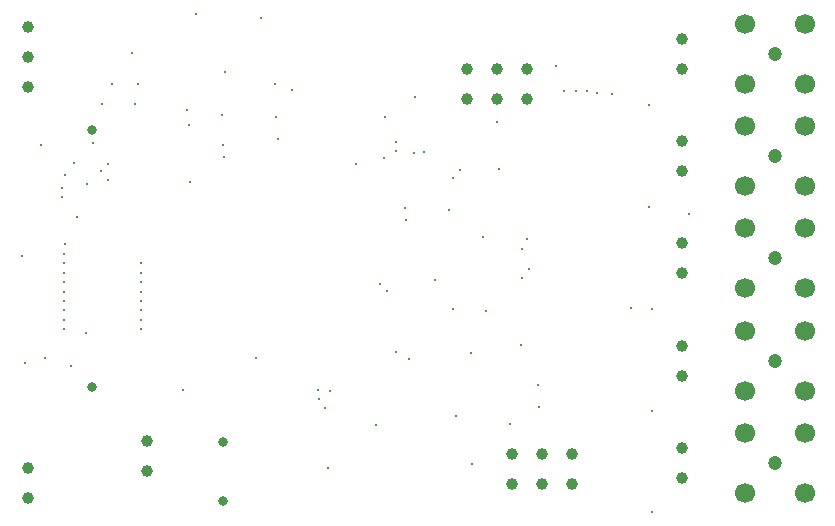
<source format=gbr>
%TF.GenerationSoftware,KiCad,Pcbnew,8.0.4*%
%TF.CreationDate,2025-07-14T14:53:04+02:00*%
%TF.ProjectId,syzygy_gpx2_2_1,73797a79-6779-45f6-9770-78325f325f31,rev?*%
%TF.SameCoordinates,Original*%
%TF.FileFunction,Plated,1,4,PTH,Drill*%
%TF.FilePolarity,Positive*%
%FSLAX46Y46*%
G04 Gerber Fmt 4.6, Leading zero omitted, Abs format (unit mm)*
G04 Created by KiCad (PCBNEW 8.0.4) date 2025-07-14 14:53:04*
%MOMM*%
%LPD*%
G01*
G04 APERTURE LIST*
%TA.AperFunction,ViaDrill*%
%ADD10C,0.300000*%
%TD*%
%TA.AperFunction,ComponentDrill*%
%ADD11C,0.800000*%
%TD*%
%TA.AperFunction,ComponentDrill*%
%ADD12C,1.000000*%
%TD*%
%TA.AperFunction,ComponentDrill*%
%ADD13C,1.200000*%
%TD*%
%TA.AperFunction,ComponentDrill*%
%ADD14C,1.700000*%
%TD*%
G04 APERTURE END LIST*
D10*
X115930000Y-99270000D03*
X116200000Y-108340000D03*
X117610000Y-89890000D03*
X117900000Y-107940000D03*
X119360000Y-93510000D03*
X119360000Y-94270000D03*
X119500000Y-99900000D03*
X119500000Y-100700000D03*
X119500000Y-101500000D03*
X119500000Y-102300000D03*
X119500000Y-103100000D03*
X119500000Y-103900000D03*
X119500000Y-104700000D03*
X119500000Y-105500000D03*
X119520000Y-99099361D03*
X119570000Y-98295000D03*
X119640000Y-92420000D03*
X120097000Y-108618000D03*
X120340000Y-91380000D03*
X120640000Y-96000000D03*
X121390000Y-105830000D03*
X121447000Y-93202340D03*
X121981920Y-89745454D03*
X122646999Y-92093912D03*
X122710000Y-86390000D03*
X123246998Y-92830000D03*
X123278784Y-91489570D03*
X123620000Y-84710000D03*
X125250000Y-82070000D03*
X125520000Y-86406249D03*
X125765000Y-84745765D03*
X126000000Y-99900000D03*
X126000000Y-100700000D03*
X126000000Y-101500000D03*
X126000000Y-102300000D03*
X126000000Y-103100000D03*
X126000000Y-103900000D03*
X126000000Y-104700000D03*
X126000000Y-105500000D03*
X129600000Y-110600000D03*
X129890000Y-86930000D03*
X130110000Y-88170000D03*
X130160000Y-93030000D03*
X130665500Y-78800000D03*
X132930000Y-87370000D03*
X133000000Y-89930000D03*
X133020000Y-90900000D03*
X133110000Y-83730000D03*
X135782000Y-107895000D03*
X136160000Y-79140000D03*
X137380000Y-84720000D03*
X137430000Y-87520000D03*
X137620000Y-89360000D03*
X138850000Y-85250000D03*
X141052860Y-110596390D03*
X141100000Y-111395000D03*
X141600000Y-112195000D03*
X141900000Y-117200000D03*
X142000000Y-110695000D03*
X144210000Y-91469461D03*
X145900000Y-113600000D03*
X146292576Y-101672662D03*
X146620000Y-91000000D03*
X146700000Y-87500000D03*
X146892576Y-102291823D03*
X147600000Y-89600000D03*
X147600000Y-90400000D03*
X147612000Y-107445000D03*
X148400000Y-95200000D03*
X148442000Y-96220000D03*
X148762000Y-108005000D03*
X149142000Y-90585000D03*
X149200000Y-85800000D03*
X150000000Y-90500000D03*
X150962778Y-101305778D03*
X152070000Y-95410000D03*
X152411090Y-92711090D03*
X152482000Y-103792000D03*
X152700000Y-112800000D03*
X153015100Y-91973490D03*
X154006000Y-107475000D03*
X154100000Y-116900000D03*
X155022000Y-97696000D03*
X155276000Y-103919000D03*
X156162000Y-87905000D03*
X156367000Y-91920000D03*
X157308000Y-113493000D03*
X158242000Y-106795000D03*
X158310000Y-101160000D03*
X158332000Y-98670000D03*
X158757001Y-97820000D03*
X158882000Y-100395000D03*
X159647000Y-110228000D03*
X159732000Y-112045000D03*
X161200000Y-83200000D03*
X161882000Y-85295000D03*
X162882000Y-85295000D03*
X163782000Y-85295000D03*
X164640000Y-85450000D03*
X165900000Y-85600000D03*
X167530000Y-103710000D03*
X169024000Y-86520000D03*
X169024000Y-95156000D03*
X169278000Y-103792000D03*
X169278000Y-112428000D03*
X169278000Y-120937000D03*
X172390000Y-95770000D03*
D11*
%TO.C,J15*%
X121882000Y-88650000D03*
X121882000Y-110340000D03*
%TO.C,C13*%
X133000000Y-114997349D03*
X133000000Y-119997349D03*
D12*
%TO.C,J3*%
X116480000Y-79865000D03*
X116480000Y-82405000D03*
X116480000Y-84945000D03*
%TO.C,J16*%
X116500000Y-117260000D03*
X116500000Y-119800000D03*
%TO.C,J1*%
X126520000Y-114960000D03*
X126520000Y-117500000D03*
%TO.C,J2*%
X153642000Y-83495000D03*
X153642000Y-86035000D03*
X156182000Y-83495000D03*
X156182000Y-86035000D03*
%TO.C,J14*%
X157480000Y-116060000D03*
X157480000Y-118600000D03*
%TO.C,J2*%
X158722000Y-83495000D03*
X158722000Y-86035000D03*
%TO.C,J14*%
X160020000Y-116060000D03*
X160020000Y-118600000D03*
X162560000Y-116060000D03*
X162560000Y-118600000D03*
%TO.C,J5*%
X171818000Y-80881800D03*
X171818000Y-83421800D03*
%TO.C,J6*%
X171818000Y-89555900D03*
X171818000Y-92095900D03*
%TO.C,J4*%
X171818000Y-98230000D03*
X171818000Y-100770000D03*
%TO.C,J7*%
X171818000Y-106904100D03*
X171818000Y-109444100D03*
%TO.C,J8*%
X171818000Y-115578200D03*
X171818000Y-118118200D03*
D13*
%TO.C,J11*%
X179672000Y-90820900D03*
%TO.C,J9*%
X179672000Y-99495000D03*
%TO.C,J12*%
X179672000Y-108169100D03*
%TO.C,J13*%
X179672000Y-116843200D03*
%TO.C,J10*%
X179705000Y-82169000D03*
D14*
%TO.C,J11*%
X177132000Y-88280900D03*
X177132000Y-93360900D03*
%TO.C,J9*%
X177132000Y-96955000D03*
X177132000Y-102035000D03*
%TO.C,J12*%
X177132000Y-105629100D03*
X177132000Y-110709100D03*
%TO.C,J13*%
X177132000Y-114303200D03*
X177132000Y-119383200D03*
%TO.C,J10*%
X177165000Y-79629000D03*
X177165000Y-84709000D03*
%TO.C,J11*%
X182212000Y-88280900D03*
X182212000Y-93360900D03*
%TO.C,J9*%
X182212000Y-96955000D03*
X182212000Y-102035000D03*
%TO.C,J12*%
X182212000Y-105629100D03*
X182212000Y-110709100D03*
%TO.C,J13*%
X182212000Y-114303200D03*
X182212000Y-119383200D03*
%TO.C,J10*%
X182245000Y-79629000D03*
X182245000Y-84709000D03*
M02*

</source>
